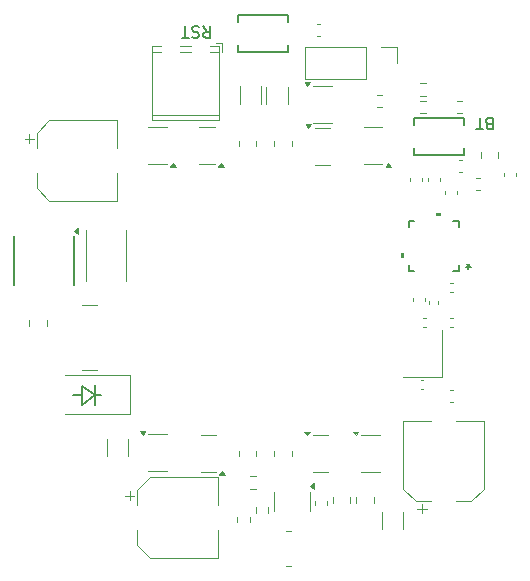
<source format=gbr>
%TF.GenerationSoftware,KiCad,Pcbnew,8.0.1*%
%TF.CreationDate,2025-09-12T21:56:14+04:00*%
%TF.ProjectId,Neopixel_project_v3.0,4e656f70-6978-4656-9c5f-70726f6a6563,v3.0*%
%TF.SameCoordinates,Original*%
%TF.FileFunction,Legend,Top*%
%TF.FilePolarity,Positive*%
%FSLAX46Y46*%
G04 Gerber Fmt 4.6, Leading zero omitted, Abs format (unit mm)*
G04 Created by KiCad (PCBNEW 8.0.1) date 2025-09-12 21:56:14*
%MOMM*%
%LPD*%
G01*
G04 APERTURE LIST*
%ADD10C,0.200000*%
%ADD11C,0.150000*%
%ADD12C,0.120000*%
%ADD13C,0.152400*%
%ADD14C,0.000000*%
G04 APERTURE END LIST*
D10*
X98608898Y-43982780D02*
X98942231Y-44458971D01*
X99180326Y-43982780D02*
X99180326Y-44982780D01*
X99180326Y-44982780D02*
X98799374Y-44982780D01*
X98799374Y-44982780D02*
X98704136Y-44935161D01*
X98704136Y-44935161D02*
X98656517Y-44887542D01*
X98656517Y-44887542D02*
X98608898Y-44792304D01*
X98608898Y-44792304D02*
X98608898Y-44649447D01*
X98608898Y-44649447D02*
X98656517Y-44554209D01*
X98656517Y-44554209D02*
X98704136Y-44506590D01*
X98704136Y-44506590D02*
X98799374Y-44458971D01*
X98799374Y-44458971D02*
X99180326Y-44458971D01*
X98227945Y-44030400D02*
X98085088Y-43982780D01*
X98085088Y-43982780D02*
X97846993Y-43982780D01*
X97846993Y-43982780D02*
X97751755Y-44030400D01*
X97751755Y-44030400D02*
X97704136Y-44078019D01*
X97704136Y-44078019D02*
X97656517Y-44173257D01*
X97656517Y-44173257D02*
X97656517Y-44268495D01*
X97656517Y-44268495D02*
X97704136Y-44363733D01*
X97704136Y-44363733D02*
X97751755Y-44411352D01*
X97751755Y-44411352D02*
X97846993Y-44458971D01*
X97846993Y-44458971D02*
X98037469Y-44506590D01*
X98037469Y-44506590D02*
X98132707Y-44554209D01*
X98132707Y-44554209D02*
X98180326Y-44601828D01*
X98180326Y-44601828D02*
X98227945Y-44697066D01*
X98227945Y-44697066D02*
X98227945Y-44792304D01*
X98227945Y-44792304D02*
X98180326Y-44887542D01*
X98180326Y-44887542D02*
X98132707Y-44935161D01*
X98132707Y-44935161D02*
X98037469Y-44982780D01*
X98037469Y-44982780D02*
X97799374Y-44982780D01*
X97799374Y-44982780D02*
X97656517Y-44935161D01*
X97370802Y-44982780D02*
X96799374Y-44982780D01*
X97085088Y-43982780D02*
X97085088Y-44982780D01*
X122796993Y-52256590D02*
X122654136Y-52208971D01*
X122654136Y-52208971D02*
X122606517Y-52161352D01*
X122606517Y-52161352D02*
X122558898Y-52066114D01*
X122558898Y-52066114D02*
X122558898Y-51923257D01*
X122558898Y-51923257D02*
X122606517Y-51828019D01*
X122606517Y-51828019D02*
X122654136Y-51780400D01*
X122654136Y-51780400D02*
X122749374Y-51732780D01*
X122749374Y-51732780D02*
X123130326Y-51732780D01*
X123130326Y-51732780D02*
X123130326Y-52732780D01*
X123130326Y-52732780D02*
X122796993Y-52732780D01*
X122796993Y-52732780D02*
X122701755Y-52685161D01*
X122701755Y-52685161D02*
X122654136Y-52637542D01*
X122654136Y-52637542D02*
X122606517Y-52542304D01*
X122606517Y-52542304D02*
X122606517Y-52447066D01*
X122606517Y-52447066D02*
X122654136Y-52351828D01*
X122654136Y-52351828D02*
X122701755Y-52304209D01*
X122701755Y-52304209D02*
X122796993Y-52256590D01*
X122796993Y-52256590D02*
X123130326Y-52256590D01*
X122273183Y-52732780D02*
X121701755Y-52732780D01*
X121987469Y-51732780D02*
X121987469Y-52732780D01*
D11*
X89450000Y-75250000D02*
X89950000Y-75250000D01*
X89450000Y-74350000D02*
X89450000Y-76100000D01*
X88300000Y-75250000D02*
X87600000Y-75250000D01*
X88300000Y-74450000D02*
X88300000Y-76050000D01*
X88300000Y-76050000D02*
X89450000Y-75250000D01*
X89450000Y-75250000D02*
X88299993Y-74450010D01*
X121033699Y-64545180D02*
X121033699Y-64307085D01*
X121271794Y-64402323D02*
X121033699Y-64307085D01*
X121033699Y-64307085D02*
X120795604Y-64402323D01*
X121176556Y-64116609D02*
X121033699Y-64307085D01*
X121033699Y-64307085D02*
X120890842Y-64116609D01*
D12*
%TO.C,R17*%
X103062258Y-82102500D02*
X102587742Y-82102500D01*
X103062258Y-83147500D02*
X102587742Y-83147500D01*
%TO.C,C5*%
X117740000Y-67262164D02*
X117740000Y-67477836D01*
X118460000Y-67262164D02*
X118460000Y-67477836D01*
%TO.C,R1*%
X101690000Y-49085436D02*
X101690000Y-50539564D01*
X103510000Y-49085436D02*
X103510000Y-50539564D01*
%TO.C,U3*%
X104540000Y-84237500D02*
X104540000Y-83437500D01*
X104540000Y-84237500D02*
X104540000Y-85037500D01*
X107660000Y-84237500D02*
X107660000Y-83437500D01*
X107660000Y-84237500D02*
X107660000Y-85037500D01*
X107940000Y-83177500D02*
X107610000Y-82937500D01*
X107940000Y-82697500D01*
X107940000Y-83177500D01*
G36*
X107940000Y-83177500D02*
G01*
X107610000Y-82937500D01*
X107940000Y-82697500D01*
X107940000Y-83177500D01*
G37*
%TO.C,C14*%
X115540000Y-77390000D02*
X117890000Y-77390000D01*
X115540000Y-83145563D02*
X115540000Y-77390000D01*
X116604437Y-84210000D02*
X115540000Y-83145563D01*
X116604437Y-84210000D02*
X117890000Y-84210000D01*
X116708750Y-84843750D02*
X117496250Y-84843750D01*
X117102500Y-85237500D02*
X117102500Y-84450000D01*
X121295563Y-84210000D02*
X120010000Y-84210000D01*
X121295563Y-84210000D02*
X122360000Y-83145563D01*
X122360000Y-77390000D02*
X120010000Y-77390000D01*
X122360000Y-83145563D02*
X122360000Y-77390000D01*
%TO.C,R5*%
X113690000Y-86539564D02*
X113690000Y-85085436D01*
X115510000Y-86539564D02*
X115510000Y-85085436D01*
%TO.C,Q4*%
X99037500Y-78590000D02*
X98387500Y-78590000D01*
X99037500Y-78590000D02*
X99687500Y-78590000D01*
X99037500Y-81710000D02*
X98387500Y-81710000D01*
X99037500Y-81710000D02*
X99687500Y-81710000D01*
X100440000Y-81990000D02*
X99960000Y-81990000D01*
X100200000Y-81660000D01*
X100440000Y-81990000D01*
G36*
X100440000Y-81990000D02*
G01*
X99960000Y-81990000D01*
X100200000Y-81660000D01*
X100440000Y-81990000D01*
G37*
%TO.C,C10*%
X119090000Y-58215580D02*
X119090000Y-57934420D01*
X120110000Y-58215580D02*
X120110000Y-57934420D01*
%TO.C,L3*%
X106000000Y-86715000D02*
X105600000Y-86715000D01*
X106000000Y-89735000D02*
X105600000Y-89735000D01*
%TO.C,R2*%
X101615000Y-53710436D02*
X101615000Y-54164564D01*
X103085000Y-53710436D02*
X103085000Y-54164564D01*
%TO.C,C15*%
X111565000Y-84336252D02*
X111565000Y-83813748D01*
X113035000Y-84336252D02*
X113035000Y-83813748D01*
%TO.C,Q7*%
X112787500Y-78590000D02*
X111987500Y-78590000D01*
X112787500Y-78590000D02*
X113587500Y-78590000D01*
X112787500Y-81710000D02*
X111987500Y-81710000D01*
X112787500Y-81710000D02*
X113587500Y-81710000D01*
X111487500Y-78640000D02*
X111247500Y-78310000D01*
X111727500Y-78310000D01*
X111487500Y-78640000D01*
G36*
X111487500Y-78640000D02*
G01*
X111247500Y-78310000D01*
X111727500Y-78310000D01*
X111487500Y-78640000D01*
G37*
%TO.C,R10*%
X120037742Y-50327500D02*
X120512258Y-50327500D01*
X120037742Y-51372500D02*
X120512258Y-51372500D01*
%TO.C,C9*%
X120234420Y-55340000D02*
X120515580Y-55340000D01*
X120234420Y-56360000D02*
X120515580Y-56360000D01*
%TO.C,Q8*%
X94750000Y-78540000D02*
X93950000Y-78540000D01*
X94750000Y-78540000D02*
X95550000Y-78540000D01*
X94750000Y-81660000D02*
X93950000Y-81660000D01*
X94750000Y-81660000D02*
X95550000Y-81660000D01*
X93450000Y-78590000D02*
X93210000Y-78260000D01*
X93690000Y-78260000D01*
X93450000Y-78590000D01*
G36*
X93450000Y-78590000D02*
G01*
X93210000Y-78260000D01*
X93690000Y-78260000D01*
X93450000Y-78590000D01*
G37*
%TO.C,R16*%
X103027500Y-84712742D02*
X103027500Y-85187258D01*
X104072500Y-84712742D02*
X104072500Y-85187258D01*
%TO.C,C13*%
X108040000Y-84209420D02*
X108040000Y-84490580D01*
X109060000Y-84209420D02*
X109060000Y-84490580D01*
%TO.C,Y1*%
X115500000Y-73700000D02*
X118800000Y-73700000D01*
X118800000Y-73700000D02*
X118800000Y-69700000D01*
%TO.C,Q2*%
X108662500Y-52590000D02*
X108012500Y-52590000D01*
X108662500Y-52590000D02*
X109312500Y-52590000D01*
X108662500Y-55710000D02*
X108012500Y-55710000D01*
X108662500Y-55710000D02*
X109312500Y-55710000D01*
X107500000Y-52640000D02*
X107260000Y-52310000D01*
X107740000Y-52310000D01*
X107500000Y-52640000D01*
G36*
X107500000Y-52640000D02*
G01*
X107260000Y-52310000D01*
X107740000Y-52310000D01*
X107500000Y-52640000D01*
G37*
%TO.C,C19*%
X119707836Y-65740000D02*
X119492164Y-65740000D01*
X119707836Y-66460000D02*
X119492164Y-66460000D01*
%TO.C,C18*%
X117227836Y-73990000D02*
X117012164Y-73990000D01*
X117227836Y-74710000D02*
X117012164Y-74710000D01*
%TO.C,Q5*%
X94712500Y-52540000D02*
X93912500Y-52540000D01*
X94712500Y-52540000D02*
X95512500Y-52540000D01*
X94712500Y-55660000D02*
X93912500Y-55660000D01*
X94712500Y-55660000D02*
X95512500Y-55660000D01*
X96252500Y-55940000D02*
X95772500Y-55940000D01*
X96012500Y-55610000D01*
X96252500Y-55940000D01*
G36*
X96252500Y-55940000D02*
G01*
X95772500Y-55940000D01*
X96012500Y-55610000D01*
X96252500Y-55940000D01*
G37*
%TO.C,C17*%
X117222164Y-68740000D02*
X117437836Y-68740000D01*
X117222164Y-69460000D02*
X117437836Y-69460000D01*
%TO.C,D5*%
X92385000Y-73550000D02*
X86875000Y-73550000D01*
X92385000Y-76850000D02*
X86875000Y-76850000D01*
X92385000Y-76850000D02*
X92385000Y-73550000D01*
%TO.C,L4*%
X116340000Y-66974721D02*
X116340000Y-67300279D01*
X117360000Y-66974721D02*
X117360000Y-67300279D01*
%TO.C,R7*%
X90440000Y-78910436D02*
X90440000Y-80364564D01*
X92260000Y-78910436D02*
X92260000Y-80364564D01*
%TO.C,C1*%
X83462500Y-53502500D02*
X84250000Y-53502500D01*
X83856250Y-53108750D02*
X83856250Y-53896250D01*
X84490000Y-53004437D02*
X84490000Y-54290000D01*
X84490000Y-53004437D02*
X85554437Y-51940000D01*
X84490000Y-57695563D02*
X84490000Y-56410000D01*
X84490000Y-57695563D02*
X85554437Y-58760000D01*
X85554437Y-51940000D02*
X91310000Y-51940000D01*
X85554437Y-58760000D02*
X91310000Y-58760000D01*
X91310000Y-51940000D02*
X91310000Y-54290000D01*
X91310000Y-58760000D02*
X91310000Y-56410000D01*
%TO.C,U4*%
X108712500Y-49040000D02*
X107912500Y-49040000D01*
X108712500Y-49040000D02*
X109512500Y-49040000D01*
X108712500Y-52160000D02*
X107912500Y-52160000D01*
X108712500Y-52160000D02*
X109512500Y-52160000D01*
X107412500Y-49090000D02*
X107172500Y-48760000D01*
X107652500Y-48760000D01*
X107412500Y-49090000D01*
G36*
X107412500Y-49090000D02*
G01*
X107172500Y-48760000D01*
X107652500Y-48760000D01*
X107412500Y-49090000D01*
G37*
%TO.C,R11*%
X117412258Y-50327500D02*
X116937742Y-50327500D01*
X117412258Y-51372500D02*
X116937742Y-51372500D01*
%TO.C,C4*%
X119484420Y-74815000D02*
X119765580Y-74815000D01*
X119484420Y-75835000D02*
X119765580Y-75835000D01*
%TO.C,R9*%
X116937742Y-48827500D02*
X117412258Y-48827500D01*
X116937742Y-49872500D02*
X117412258Y-49872500D01*
%TO.C,C11*%
X108234420Y-43840000D02*
X108515580Y-43840000D01*
X108234420Y-44860000D02*
X108515580Y-44860000D01*
%TO.C,R15*%
X101477500Y-85987258D02*
X101477500Y-85512742D01*
X102522500Y-85987258D02*
X102522500Y-85512742D01*
%TO.C,C7*%
X116090000Y-57115580D02*
X116090000Y-56834420D01*
X117110000Y-57115580D02*
X117110000Y-56834420D01*
%TO.C,R3*%
X103940000Y-49160436D02*
X103940000Y-50614564D01*
X105760000Y-49160436D02*
X105760000Y-50614564D01*
%TO.C,J3*%
X94250000Y-51960000D02*
X94250000Y-45640000D01*
X95020000Y-45640000D02*
X94250000Y-45640000D01*
X95020000Y-46200000D02*
X94250000Y-46200000D01*
X97560000Y-45640000D02*
X96600000Y-45640000D01*
X97560000Y-46200000D02*
X96600000Y-46200000D01*
X99910000Y-45640000D02*
X99140000Y-45640000D01*
X99910000Y-46200000D02*
X99140000Y-46200000D01*
X99910000Y-51500000D02*
X94250000Y-51500000D01*
X99910000Y-51960000D02*
X94250000Y-51960000D01*
X99910000Y-51960000D02*
X99910000Y-45640000D01*
X100150000Y-45400000D02*
X99650000Y-45400000D01*
X100150000Y-46140000D02*
X100150000Y-45400000D01*
%TO.C,R4*%
X104615000Y-54164564D02*
X104615000Y-53710436D01*
X106085000Y-54164564D02*
X106085000Y-53710436D01*
%TO.C,L1*%
X89600000Y-67640000D02*
X88300000Y-67640000D01*
X89600000Y-73060000D02*
X88300000Y-73060000D01*
%TO.C,R22*%
X88640000Y-65564564D02*
X88640000Y-61210436D01*
X92060000Y-65564564D02*
X92060000Y-61210436D01*
%TO.C,C3*%
X83865000Y-69411252D02*
X83865000Y-68888748D01*
X85335000Y-69411252D02*
X85335000Y-68888748D01*
%TO.C,R6*%
X104615000Y-80414564D02*
X104615000Y-79960436D01*
X106085000Y-80414564D02*
X106085000Y-79960436D01*
%TO.C,C6*%
X117590000Y-57115580D02*
X117590000Y-56834420D01*
X118610000Y-57115580D02*
X118610000Y-56834420D01*
%TO.C,C12*%
X124090000Y-56434420D02*
X124090000Y-56715580D01*
X125110000Y-56434420D02*
X125110000Y-56715580D01*
%TO.C,Q1*%
X98912500Y-52540000D02*
X98262500Y-52540000D01*
X98912500Y-52540000D02*
X99562500Y-52540000D01*
X98912500Y-55660000D02*
X98262500Y-55660000D01*
X98912500Y-55660000D02*
X99562500Y-55660000D01*
X100315000Y-55940000D02*
X99835000Y-55940000D01*
X100075000Y-55610000D01*
X100315000Y-55940000D01*
G36*
X100315000Y-55940000D02*
G01*
X99835000Y-55940000D01*
X100075000Y-55610000D01*
X100315000Y-55940000D01*
G37*
D13*
%TO.C,U1*%
X115979100Y-60479100D02*
X115979100Y-60965660D01*
X115979100Y-64234340D02*
X115979100Y-64720900D01*
X115979100Y-64720900D02*
X116465660Y-64720900D01*
X116465660Y-60479100D02*
X115979100Y-60479100D01*
X119734340Y-64720900D02*
X120220900Y-64720900D01*
X120220900Y-60479100D02*
X119734340Y-60479100D01*
X120220900Y-60965660D02*
X120220900Y-60479100D01*
X120220900Y-64720900D02*
X120220900Y-64234340D01*
D14*
G36*
X115547300Y-63590501D02*
G01*
X115293300Y-63590501D01*
X115293300Y-63209501D01*
X115547300Y-63209501D01*
X115547300Y-63590501D01*
G37*
G36*
X118690499Y-60047300D02*
G01*
X118309499Y-60047300D01*
X118309499Y-59793300D01*
X118690499Y-59793300D01*
X118690499Y-60047300D01*
G37*
D12*
%TO.C,Q3*%
X108537500Y-78590000D02*
X107887500Y-78590000D01*
X108537500Y-78590000D02*
X109187500Y-78590000D01*
X108537500Y-81710000D02*
X107887500Y-81710000D01*
X108537500Y-81710000D02*
X109187500Y-81710000D01*
X107375000Y-78640000D02*
X107135000Y-78310000D01*
X107615000Y-78310000D01*
X107375000Y-78640000D01*
G36*
X107375000Y-78640000D02*
G01*
X107135000Y-78310000D01*
X107615000Y-78310000D01*
X107375000Y-78640000D01*
G37*
%TO.C,L2*%
X122050279Y-56840000D02*
X121724721Y-56840000D01*
X122050279Y-57860000D02*
X121724721Y-57860000D01*
D13*
%TO.C,SW2*%
X101493900Y-43025200D02*
X101493900Y-43644960D01*
X101493900Y-45555040D02*
X101493900Y-46174800D01*
X101493900Y-46174800D02*
X105735700Y-46174800D01*
X105735700Y-43025200D02*
X101493900Y-43025200D01*
X105735700Y-43644960D02*
X105735700Y-43025200D01*
X105735700Y-46174800D02*
X105735700Y-45555040D01*
D12*
%TO.C,C16*%
X109565000Y-84336252D02*
X109565000Y-83813748D01*
X111035000Y-84336252D02*
X111035000Y-83813748D01*
%TO.C,Q6*%
X112962500Y-52540000D02*
X112162500Y-52540000D01*
X112962500Y-52540000D02*
X113762500Y-52540000D01*
X112962500Y-55660000D02*
X112162500Y-55660000D01*
X112962500Y-55660000D02*
X113762500Y-55660000D01*
X114502500Y-55940000D02*
X114022500Y-55940000D01*
X114262500Y-55610000D01*
X114502500Y-55940000D01*
G36*
X114502500Y-55940000D02*
G01*
X114022500Y-55940000D01*
X114262500Y-55610000D01*
X114502500Y-55940000D01*
G37*
%TO.C,J1*%
X107215000Y-45770000D02*
X107215000Y-48430000D01*
X112355000Y-45770000D02*
X107215000Y-45770000D01*
X112355000Y-45770000D02*
X112355000Y-48430000D01*
X112355000Y-48430000D02*
X107215000Y-48430000D01*
X113625000Y-45770000D02*
X114955000Y-45770000D01*
X114955000Y-45770000D02*
X114955000Y-47100000D01*
%TO.C,C8*%
X122115000Y-54638748D02*
X122115000Y-55161252D01*
X123585000Y-54638748D02*
X123585000Y-55161252D01*
%TO.C,C20*%
X119727836Y-68740000D02*
X119512164Y-68740000D01*
X119727836Y-69460000D02*
X119512164Y-69460000D01*
%TO.C,R12*%
X113762258Y-49827500D02*
X113287742Y-49827500D01*
X113762258Y-50872500D02*
X113287742Y-50872500D01*
D13*
%TO.C,SW1*%
X116464300Y-51775200D02*
X116464300Y-52394960D01*
X116464300Y-54305040D02*
X116464300Y-54924800D01*
X116464300Y-54924800D02*
X120706100Y-54924800D01*
X120706100Y-51775200D02*
X116464300Y-51775200D01*
X120706100Y-52394960D02*
X120706100Y-51775200D01*
X120706100Y-54924800D02*
X120706100Y-54305040D01*
D12*
%TO.C,R8*%
X101615000Y-79960436D02*
X101615000Y-80414564D01*
X103085000Y-79960436D02*
X103085000Y-80414564D01*
D11*
%TO.C,U2*%
X82525000Y-61775000D02*
X82525000Y-65925000D01*
X87675000Y-61775000D02*
X87675000Y-65925000D01*
D12*
X88005000Y-61590000D02*
X87675000Y-61350000D01*
X88005000Y-61110000D01*
X88005000Y-61590000D01*
G36*
X88005000Y-61590000D02*
G01*
X87675000Y-61350000D01*
X88005000Y-61110000D01*
X88005000Y-61590000D01*
G37*
%TO.C,C2*%
X91962500Y-83752500D02*
X92750000Y-83752500D01*
X92356250Y-83358750D02*
X92356250Y-84146250D01*
X92990000Y-83254437D02*
X92990000Y-84540000D01*
X92990000Y-83254437D02*
X94054437Y-82190000D01*
X92990000Y-87945563D02*
X92990000Y-86660000D01*
X92990000Y-87945563D02*
X94054437Y-89010000D01*
X94054437Y-82190000D02*
X99810000Y-82190000D01*
X94054437Y-89010000D02*
X99810000Y-89010000D01*
X99810000Y-82190000D02*
X99810000Y-84540000D01*
X99810000Y-89010000D02*
X99810000Y-86660000D01*
%TD*%
M02*

</source>
